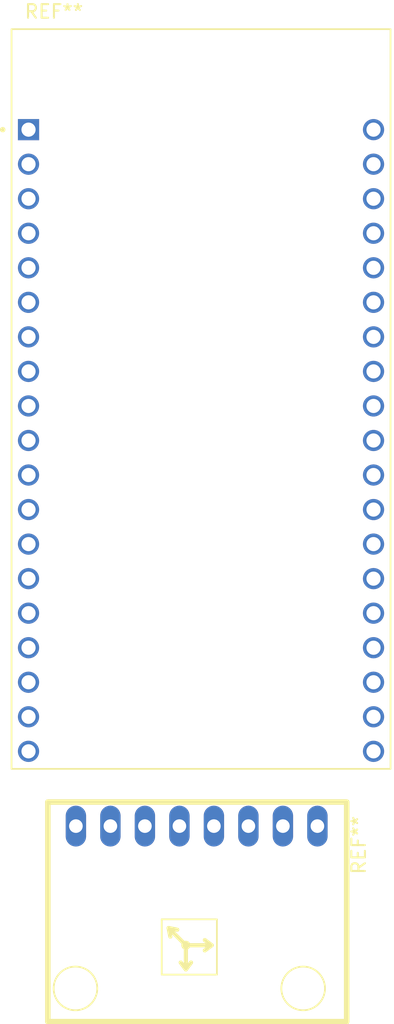
<source format=kicad_pcb>
(kicad_pcb (version 20240108) (generator "pcbnew") (generator_version "8.0")
  (layers (0 "F.Cu" signal) (31 "B.Cu" signal) (34 "B.Paste" user) (35 "F.Paste" user) (36 "B.SilkS" user "B.Silkscreen") (37 "F.SilkS" user "F.Silkscreen") (38 "B.Mask" user) (39 "F.Mask" user) (44 "Edge.Cuts" user))
  (net 0 "")
  (footprint "digikey-footprints:MODULE_ESP32-DEVKITC-32D" (layer "F.Cu") (at 135.8 77.26)
    (property "Reference" "REF**" (at -10.829175 -28.446045 0) (layer "F.SilkS") (effects (font (size 1.000386 1.000386))))
    (property "Value" "MODULE_ESP32-DEVKITC-32D")
    (fp_line (start -13.95 -27.15) (end 13.95 -27.15) (stroke (width 0.127)) (layer "F.SilkS"))
    (fp_line (start -13.95 27.25) (end -13.95 -27.15) (stroke (width 0.127)) (layer "F.SilkS"))
    (fp_line (start 13.95 -27.15) (end 13.95 27.25) (stroke (width 0.127)) (layer "F.SilkS"))
    (fp_line (start 13.95 27.25) (end -13.95 27.25) (stroke (width 0.127)) (layer "F.SilkS"))
    (fp_circle (center -14.6 -19.76) (end -14.5 -19.76) (stroke (width 0.2)) (fill none) (layer "F.SilkS"))
    (pad "J2-1" thru_hole rect (at -12.7 -19.76) (size 1.56 1.56) (drill 1.04) (layers "*.Cu" "*.Mask"))
    (pad "J2-2" thru_hole circle (at -12.7 -17.22) (size 1.56 1.56) (drill 1.04) (layers "*.Cu" "*.Mask"))
    (pad "J2-3" thru_hole circle (at -12.7 -14.68) (size 1.56 1.56) (drill 1.04) (layers "*.Cu" "*.Mask"))
    (pad "J2-4" thru_hole circle (at -12.7 -12.14) (size 1.56 1.56) (drill 1.04) (layers "*.Cu" "*.Mask"))
    (pad "J2-5" thru_hole circle (at -12.7 -9.6) (size 1.56 1.56) (drill 1.04) (layers "*.Cu" "*.Mask"))
    (pad "J2-6" thru_hole circle (at -12.7 -7.06) (size 1.56 1.56) (drill 1.04) (layers "*.Cu" "*.Mask"))
    (pad "J2-7" thru_hole circle (at -12.7 -4.52) (size 1.56 1.56) (drill 1.04) (layers "*.Cu" "*.Mask"))
    (pad "J2-8" thru_hole circle (at -12.7 -1.98) (size 1.56 1.56) (drill 1.04) (layers "*.Cu" "*.Mask"))
    (pad "J2-9" thru_hole circle (at -12.7 0.56) (size 1.56 1.56) (drill 1.04) (layers "*.Cu" "*.Mask"))
    (pad "J2-10" thru_hole circle (at -12.7 3.1) (size 1.56 1.56) (drill 1.04) (layers "*.Cu" "*.Mask"))
    (pad "J2-11" thru_hole circle (at -12.7 5.64) (size 1.56 1.56) (drill 1.04) (layers "*.Cu" "*.Mask"))
    (pad "J2-12" thru_hole circle (at -12.7 8.18) (size 1.56 1.56) (drill 1.04) (layers "*.Cu" "*.Mask"))
    (pad "J2-13" thru_hole circle (at -12.7 10.72) (size 1.56 1.56) (drill 1.04) (layers "*.Cu" "*.Mask"))
    (pad "J2-14" thru_hole circle (at -12.7 13.26) (size 1.56 1.56) (drill 1.04) (layers "*.Cu" "*.Mask"))
    (pad "J2-15" thru_hole circle (at -12.7 15.8) (size 1.56 1.56) (drill 1.04) (layers "*.Cu" "*.Mask"))
    (pad "J2-16" thru_hole circle (at -12.7 18.34) (size 1.56 1.56) (drill 1.04) (layers "*.Cu" "*.Mask"))
    (pad "J2-17" thru_hole circle (at -12.7 20.88) (size 1.56 1.56) (drill 1.04) (layers "*.Cu" "*.Mask"))
    (pad "J2-18" thru_hole circle (at -12.7 23.42) (size 1.56 1.56) (drill 1.04) (layers "*.Cu" "*.Mask"))
    (pad "J2-19" thru_hole circle (at -12.7 25.96) (size 1.56 1.56) (drill 1.04) (layers "*.Cu" "*.Mask"))
    (pad "J3-1" thru_hole circle (at 12.7 -19.76) (size 1.56 1.56) (drill 1.04) (layers "*.Cu" "*.Mask"))
    (pad "J3-2" thru_hole circle (at 12.7 -17.22) (size 1.56 1.56) (drill 1.04) (layers "*.Cu" "*.Mask"))
    (pad "J3-3" thru_hole circle (at 12.7 -14.68) (size 1.56 1.56) (drill 1.04) (layers "*.Cu" "*.Mask"))
    (pad "J3-4" thru_hole circle (at 12.7 -12.14) (size 1.56 1.56) (drill 1.04) (layers "*.Cu" "*.Mask"))
    (pad "J3-5" thru_hole circle (at 12.7 -9.6) (size 1.56 1.56) (drill 1.04) (layers "*.Cu" "*.Mask"))
    (pad "J3-6" thru_hole circle (at 12.7 -7.06) (size 1.56 1.56) (drill 1.04) (layers "*.Cu" "*.Mask"))
    (pad "J3-7" thru_hole circle (at 12.7 -4.52) (size 1.56 1.56) (drill 1.04) (layers "*.Cu" "*.Mask"))
    (pad "J3-8" thru_hole circle (at 12.7 -1.98) (size 1.56 1.56) (drill 1.04) (layers "*.Cu" "*.Mask"))
    (pad "J3-9" thru_hole circle (at 12.7 0.56) (size 1.56 1.56) (drill 1.04) (layers "*.Cu" "*.Mask"))
    (pad "J3-10" thru_hole circle (at 12.7 3.1) (size 1.56 1.56) (drill 1.04) (layers "*.Cu" "*.Mask"))
    (pad "J3-11" thru_hole circle (at 12.7 5.64) (size 1.56 1.56) (drill 1.04) (layers "*.Cu" "*.Mask"))
    (pad "J3-12" thru_hole circle (at 12.7 8.18) (size 1.56 1.56) (drill 1.04) (layers "*.Cu" "*.Mask"))
    (pad "J3-13" thru_hole circle (at 12.7 10.72) (size 1.56 1.56) (drill 1.04) (layers "*.Cu" "*.Mask"))
    (pad "J3-14" thru_hole circle (at 12.7 13.26) (size 1.56 1.56) (drill 1.04) (layers "*.Cu" "*.Mask"))
    (pad "J3-15" thru_hole circle (at 12.7 15.8) (size 1.56 1.56) (drill 1.04) (layers "*.Cu" "*.Mask"))
    (pad "J3-16" thru_hole circle (at 12.7 18.34) (size 1.56 1.56) (drill 1.04) (layers "*.Cu" "*.Mask"))
    (pad "J3-17" thru_hole circle (at 12.7 20.88) (size 1.56 1.56) (drill 1.04) (layers "*.Cu" "*.Mask"))
    (pad "J3-18" thru_hole circle (at 12.7 23.42) (size 1.56 1.56) (drill 1.04) (layers "*.Cu" "*.Mask"))
    (pad "J3-19" thru_hole circle (at 12.7 25.96) (size 1.56 1.56) (drill 1.04) (layers "*.Cu" "*.Mask"))
  )
  (footprint "ESP-v3locirap2rs_footprints:GY-521" (layer "F.Cu") (at 124.5234 106.9484 -90)
    (property "Reference" "REF**" (at 3.167 -22.8854 90) (layer "F.SilkS"))
    (property "Value" "GY-521")
    (fp_line (start 0 0) (end 16.15 0) (stroke (width 0.4064)) (layer "F.SilkS"))
    (fp_line (start 16.15 0) (end 16.15 -22) (stroke (width 0.4064)) (layer "F.SilkS"))
    (fp_line (start 8.628 -8.382) (end 12.692 -8.382) (stroke (width 0.127)) (layer "F.SilkS"))
    (fp_line (start 12.692 -8.382) (end 12.692 -12.446) (stroke (width 0.127)) (layer "F.SilkS"))
    (fp_line (start 9.263 -8.89) (end 9.898 -9.017) (stroke (width 0.3048)) (layer "F.SilkS"))
    (fp_line (start 9.263 -8.89) (end 9.39 -9.525) (stroke (width 0.3048)) (layer "F.SilkS"))
    (fp_line (start 10.533 -10.16) (end 9.263 -8.89) (stroke (width 0.3048)) (layer "F.SilkS"))
    (fp_line (start 10.533 -10.16) (end 12.311 -10.16) (stroke (width 0.3048)) (layer "F.SilkS"))
    (fp_line (start 10.533 -10.16) (end 10.533 -12.065) (stroke (width 0.3048)) (layer "F.SilkS"))
    (fp_line (start 12.311 -10.16) (end 11.803 -9.779) (stroke (width 0.3048)) (layer "F.SilkS"))
    (fp_line (start 11.803 -10.541) (end 12.311 -10.16) (stroke (width 0.3048)) (layer "F.SilkS"))
    (fp_line (start 10.914 -11.557) (end 10.533 -12.065) (stroke (width 0.3048)) (layer "F.SilkS"))
    (fp_line (start 10.533 -12.065) (end 10.152 -11.557) (stroke (width 0.3048)) (layer "F.SilkS"))
    (fp_line (start 8.628 -12.446) (end 8.628 -8.382) (stroke (width 0.127)) (layer "F.SilkS"))
    (fp_line (start 12.692 -12.446) (end 8.628 -12.446) (stroke (width 0.127)) (layer "F.SilkS"))
    (fp_line (start 0 -22) (end 0 0) (stroke (width 0.4064)) (layer "F.SilkS"))
    (fp_line (start 16.15 -22) (end 0 -22) (stroke (width 0.4064)) (layer "F.SilkS"))
    (fp_circle (center 13.708 -2.032) (end 15.31443 -2.032) (stroke (width 0.127)) (fill none) (layer "F.SilkS"))
    (fp_circle (center 10.533 -10.16) (end 10.712603 -10.16) (stroke (width 0.3048)) (fill none) (layer "F.SilkS"))
    (fp_circle (center 13.708 -18.796) (end 15.31443 -18.796) (stroke (width 0.127)) (fill none) (layer "F.SilkS"))
    (pad "AD0" thru_hole oval (at 1.77 -4.604 270) (size 3 1.5) (drill 1) (layers "*.Cu" "*.Mask"))
    (pad "GND" thru_hole oval (at 1.77 -17.304 270) (size 3 1.5) (drill 1) (layers "*.Cu" "*.Mask"))
    (pad "INT" thru_hole oval (at 1.77 -2.064 270) (size 3 1.5) (drill 1) (layers "*.Cu" "*.Mask"))
    (pad "SCL" thru_hole oval (at 1.77 -14.764 270) (size 3 1.5) (drill 1) (layers "*.Cu" "*.Mask"))
    (pad "SDA" thru_hole oval (at 1.77 -12.224 270) (size 3 1.5) (drill 1) (layers "*.Cu" "*.Mask"))
    (pad "VCC" thru_hole oval (at 1.77 -19.844 270) (size 3 1.5) (drill 1) (layers "*.Cu" "*.Mask"))
    (pad "XCL" thru_hole oval (at 1.77 -7.144 270) (size 3 1.5) (drill 1) (layers "*.Cu" "*.Mask"))
    (pad "XDA" thru_hole oval (at 1.77 -9.684 270) (size 3 1.5) (drill 1) (layers "*.Cu" "*.Mask"))
  )
)
</source>
